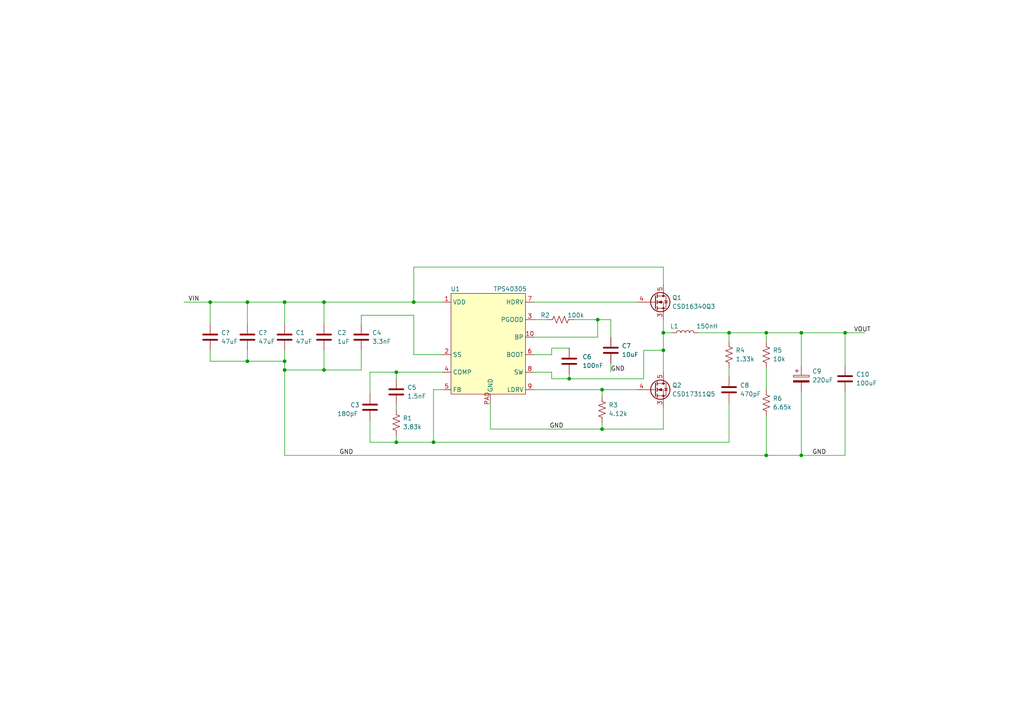
<source format=kicad_sch>
(kicad_sch (version 20211123) (generator eeschema)
  (paper "A4")
  (lib_symbols
    (symbol "Device:C" (pin_numbers hide) (pin_names (offset 0.254))
      (property "Reference" "C" (at 0.635 2.54 0))
      (property "Value" "C" (at 0.635 -2.54 0))
      (symbol "C_0_1"
        (polyline (pts (xy -2.032 -0.762) (xy 2.032 -0.762)) (stroke (width 0.508)))
        (polyline (pts (xy -2.032 0.762) (xy 2.032 0.762)) (stroke (width 0.508)))
      )
      (symbol "C_1_1"
        (pin passive line (at 0 3.81 270) (length 2.794) (name "~") (number "1"))
        (pin passive line (at 0 -3.81 90) (length 2.794) (name "~") (number "2"))
      )
    )
    (symbol "Device:C_Polarized" (pin_numbers hide) (pin_names (offset 0.254))
      (property "Reference" "C" (at 0.635 2.54 0))
      (property "Value" "C_Polarized" (at 0.635 -2.54 0))
      (symbol "C_Polarized_0_1"
        (rectangle (start -2.286 0.508) (end 2.286 1.016))
        (polyline (pts (xy -1.778 2.286) (xy -0.762 2.286)))
        (polyline (pts (xy -1.27 2.794) (xy -1.27 1.778)))
        (rectangle (start 2.286 -0.508) (end -2.286 -1.016) (fill (type outline)))
      )
      (symbol "C_Polarized_1_1"
        (pin passive line (at 0 3.81 270) (length 2.794) (name "~") (number "1"))
        (pin passive line (at 0 -3.81 90) (length 2.794) (name "~") (number "2"))
      )
    )
    (symbol "Device:L" (pin_numbers hide) (pin_names (offset 1.016) hide)
      (property "Reference" "L" (at -1.27 0 90))
      (property "Value" "L" (at 1.905 0 90))
      (symbol "L_0_1"
        (arc (start 0 -2.54) (mid 0.635 -1.905) (end 0 -1.27))
        (arc (start 0 -1.27) (mid 0.635 -0.635) (end 0 0))
        (arc (start 0 0) (mid 0.635 0.635) (end 0 1.27))
        (arc (start 0 1.27) (mid 0.635 1.905) (end 0 2.54))
      )
      (symbol "L_1_1"
        (pin passive line (at 0 3.81 270) (length 1.27) (name "1") (number "1"))
        (pin passive line (at 0 -3.81 90) (length 1.27) (name "2") (number "2"))
      )
    )
    (symbol "Device:R_US" (pin_numbers hide) (pin_names (offset 0))
      (property "Reference" "R" (at 2.54 0 90))
      (property "Value" "R_US" (at -2.54 0 90))
      (symbol "R_US_0_1"
        (polyline (pts (xy 0 -2.286) (xy 0 -2.54)))
        (polyline (pts (xy 0 2.286) (xy 0 2.54)))
        (polyline (pts (xy 0 -0.762) (xy 1.016 -1.143) (xy 0 -1.524) (xy -1.016 -1.905) (xy 0 -2.286)))
        (polyline (pts (xy 0 0.762) (xy 1.016 0.381) (xy 0 0) (xy -1.016 -0.381) (xy 0 -0.762)))
        (polyline (pts (xy 0 2.286) (xy 1.016 1.905) (xy 0 1.524) (xy -1.016 1.143) (xy 0 0.762)))
      )
      (symbol "R_US_1_1"
        (pin passive line (at 0 3.81 270) (length 1.27) (name "~") (number "1"))
        (pin passive line (at 0 -3.81 90) (length 1.27) (name "~") (number "2"))
      )
    )
    (symbol "Q_NMOS_CSD17311Q5_1" (pin_names (offset 0) hide)
      (property "Reference" "Q" (at 5.08 1.27 0))
      (property "Value" "Q_NMOS_CSD17311Q5_1" (at 5.08 -1.27 0))
      (symbol "Q_NMOS_CSD17311Q5_1_0_1"
        (polyline (pts (xy 0.254 0) (xy -2.54 0)))
        (polyline (pts (xy 0.254 1.905) (xy 0.254 -1.905)) (stroke (width 0.254)))
        (polyline (pts (xy 0.762 -1.27) (xy 0.762 -2.286)) (stroke (width 0.254)))
        (polyline (pts (xy 0.762 0.508) (xy 0.762 -0.508)) (stroke (width 0.254)))
        (polyline (pts (xy 0.762 2.286) (xy 0.762 1.27)) (stroke (width 0.254)))
        (polyline (pts (xy 2.54 2.54) (xy 2.54 1.778)))
        (polyline (pts (xy 2.54 -2.54) (xy 2.54 0) (xy 0.762 0)))
        (polyline (pts (xy 0.762 -1.778) (xy 3.302 -1.778) (xy 3.302 1.778) (xy 0.762 1.778)))
        (polyline (pts (xy 1.016 0) (xy 2.032 0.381) (xy 2.032 -0.381) (xy 1.016 0)) (fill (type outline)))
        (polyline (pts (xy 2.794 0.508) (xy 2.921 0.381) (xy 3.683 0.381) (xy 3.81 0.254)))
        (polyline (pts (xy 3.302 0.381) (xy 2.921 -0.254) (xy 3.683 -0.254) (xy 3.302 0.381)))
        (circle (center 1.651 0) (radius 2.794) (stroke (width 0.254)))
        (circle (center 2.54 -1.778) (radius 0.254) (fill (type outline)))
        (circle (center 2.54 1.778) (radius 0.254) (fill (type outline)))
      )
      (symbol "Q_NMOS_CSD17311Q5_1_1_1"
        (pin passive line (at 2.54 -5.08 90) (length 2.54) hide (name "") (number "1"))
        (pin passive line (at 2.54 -5.08 90) (length 2.54) hide (name "") (number "2"))
        (pin passive line (at 2.54 -5.08 90) (length 2.54) (name "S") (number "3"))
        (pin input line (at -5.08 0 0) (length 2.54) (name "G") (number "4"))
        (pin passive line (at 2.54 5.08 270) (length 2.54) (name "D") (number "5"))
      )
    )
    (symbol "TPS40305:Q_NMOS_CSD17311Q5" (pin_names (offset 0) hide)
      (property "Reference" "Q" (at 5.08 1.27 0))
      (property "Value" "Q_NMOS_CSD17311Q5" (at 5.08 -1.27 0))
      (symbol "Q_NMOS_CSD17311Q5_0_1"
        (polyline (pts (xy 0.254 0) (xy -2.54 0)))
        (polyline (pts (xy 0.254 1.905) (xy 0.254 -1.905)) (stroke (width 0.254)))
        (polyline (pts (xy 0.762 -1.27) (xy 0.762 -2.286)) (stroke (width 0.254)))
        (polyline (pts (xy 0.762 0.508) (xy 0.762 -0.508)) (stroke (width 0.254)))
        (polyline (pts (xy 0.762 2.286) (xy 0.762 1.27)) (stroke (width 0.254)))
        (polyline (pts (xy 2.54 2.54) (xy 2.54 1.778)))
        (polyline (pts (xy 2.54 -2.54) (xy 2.54 0) (xy 0.762 0)))
        (polyline (pts (xy 0.762 -1.778) (xy 3.302 -1.778) (xy 3.302 1.778) (xy 0.762 1.778)))
        (polyline (pts (xy 1.016 0) (xy 2.032 0.381) (xy 2.032 -0.381) (xy 1.016 0)) (fill (type outline)))
        (polyline (pts (xy 2.794 0.508) (xy 2.921 0.381) (xy 3.683 0.381) (xy 3.81 0.254)))
        (polyline (pts (xy 3.302 0.381) (xy 2.921 -0.254) (xy 3.683 -0.254) (xy 3.302 0.381)))
        (circle (center 1.651 0) (radius 2.794) (stroke (width 0.254)))
        (circle (center 2.54 -1.778) (radius 0.254) (fill (type outline)))
        (circle (center 2.54 1.778) (radius 0.254) (fill (type outline)))
      )
      (symbol "Q_NMOS_CSD17311Q5_1_1"
        (pin passive line (at 2.54 -5.08 90) (length 2.54) hide (name "") (number "1"))
        (pin passive line (at 2.54 -5.08 90) (length 2.54) hide (name "") (number "2"))
        (pin passive line (at 2.54 -5.08 90) (length 2.54) (name "S") (number "3"))
        (pin input line (at -5.08 0 0) (length 2.54) (name "G") (number "4"))
        (pin passive line (at 2.54 5.08 270) (length 2.54) (name "D") (number "5"))
        (pin passive line (at 2.54 5.08 270) (length 2.54) hide (name "") (number "6"))
        (pin passive line (at 2.54 5.08 270) (length 2.54) hide (name "") (number "7"))
        (pin passive line (at 2.54 5.08 270) (length 2.54) hide (name "") (number "8"))
      )
    )
    (symbol "TPS40305:TPS40305"
      (property "Reference" "U" (at 10.16 16.51 0))
      (property "Value" "TPS40305" (at -7.62 16.51 0))
      (symbol "TPS40305_0_1"
        (rectangle (start -11.43 15.24) (end 10.16 -13.97) (stroke (width 0.1524)) (fill (type background)))
      )
      (symbol "TPS40305_1_1"
        (pin input line (at -13.97 12.7 0) (length 2.54) (name "VDD") (number "1"))
        (pin input line (at 12.7 2.54 180) (length 2.54) (name "BP") (number "10"))
        (pin input line (at -13.97 -2.54 0) (length 2.54) (name "SS") (number "2"))
        (pin input line (at 12.7 7.62 180) (length 2.54) (name "PGOOD") (number "3"))
        (pin input line (at -13.97 -7.62 0) (length 2.54) (name "COMP") (number "4"))
        (pin input line (at -13.97 -12.7 0) (length 2.54) (name "FB") (number "5"))
        (pin input line (at 12.7 -2.54 180) (length 2.54) (name "BOOT") (number "6"))
        (pin input line (at 12.7 12.7 180) (length 2.54) (name "HDRV") (number "7"))
        (pin input line (at 12.7 -7.62 180) (length 2.54) (name "SW") (number "8"))
        (pin input line (at 12.7 -12.7 180) (length 2.54) (name "LDRV") (number "9"))
        (pin input line (at 0 -16.51 90) (length 2.54) (name "GND") (number "PAD"))
      )
    )
  )
  (junction (at 93.98 87.63))
  (junction (at 192.405 101.6))
  (junction (at 173.355 92.71))
  (junction (at 71.755 87.63))
  (junction (at 120.015 87.63))
  (junction (at 222.25 96.52))
  (junction (at 82.55 87.63))
  (junction (at 192.405 96.52))
  (junction (at 174.625 124.46))
  (junction (at 93.98 107.315))
  (junction (at 82.55 107.315))
  (junction (at 232.41 96.52))
  (junction (at 211.455 96.52))
  (junction (at 114.935 128.27))
  (junction (at 245.11 96.52))
  (junction (at 174.625 113.03))
  (junction (at 114.935 107.95))
  (junction (at 71.755 104.775))
  (junction (at 222.25 132.08))
  (junction (at 60.96 87.63))
  (junction (at 82.55 104.775))
  (junction (at 232.41 132.08))
  (junction (at 125.73 128.27))
  (junction (at 165.1 109.855))
  (wire (pts (xy 114.935 107.95) (xy 107.315 107.95)))
  (wire (pts (xy 60.96 93.98) (xy 60.96 87.63)))
  (wire (pts (xy 93.98 101.6) (xy 93.98 107.315)))
  (wire (pts (xy 120.015 91.44) (xy 104.775 91.44)))
  (wire (pts (xy 160.02 100.965) (xy 165.1 100.965)))
  (wire (pts (xy 232.41 96.52) (xy 222.25 96.52)))
  (wire (pts (xy 222.25 106.68) (xy 222.25 113.03)))
  (wire (pts (xy 174.625 113.03) (xy 184.785 113.03)))
  (wire (pts (xy 192.405 82.55) (xy 192.405 77.47)))
  (wire (pts (xy 82.55 132.08) (xy 222.25 132.08)))
  (wire (pts (xy 60.96 101.6) (xy 60.96 104.775)))
  (wire (pts (xy 71.755 87.63) (xy 71.755 93.98)))
  (wire (pts (xy 154.94 107.95) (xy 160.02 107.95)))
  (wire (pts (xy 154.94 92.71) (xy 158.75 92.71)))
  (wire (pts (xy 71.755 101.6) (xy 71.755 104.775)))
  (wire (pts (xy 245.11 96.52) (xy 250.825 96.52)))
  (wire (pts (xy 192.405 101.6) (xy 192.405 107.95)))
  (wire (pts (xy 120.015 77.47) (xy 120.015 87.63)))
  (wire (pts (xy 107.315 107.95) (xy 107.315 114.3)))
  (wire (pts (xy 82.55 87.63) (xy 93.98 87.63)))
  (wire (pts (xy 82.55 104.775) (xy 82.55 107.315)))
  (wire (pts (xy 107.315 128.27) (xy 107.315 121.92)))
  (wire (pts (xy 60.96 104.775) (xy 71.755 104.775)))
  (wire (pts (xy 222.25 132.08) (xy 232.41 132.08)))
  (wire (pts (xy 177.165 105.41) (xy 177.165 107.95)))
  (wire (pts (xy 192.405 96.52) (xy 194.945 96.52)))
  (wire (pts (xy 142.24 124.46) (xy 174.625 124.46)))
  (wire (pts (xy 165.1 109.855) (xy 186.69 109.855)))
  (wire (pts (xy 125.73 128.27) (xy 114.935 128.27)))
  (wire (pts (xy 104.775 101.6) (xy 104.775 107.315)))
  (wire (pts (xy 186.69 101.6) (xy 192.405 101.6)))
  (wire (pts (xy 82.55 107.315) (xy 93.98 107.315)))
  (wire (pts (xy 71.755 87.63) (xy 82.55 87.63)))
  (wire (pts (xy 222.25 96.52) (xy 222.25 99.06)))
  (wire (pts (xy 192.405 96.52) (xy 192.405 101.6)))
  (wire (pts (xy 232.41 96.52) (xy 232.41 106.045)))
  (wire (pts (xy 160.02 107.95) (xy 160.02 109.855)))
  (wire (pts (xy 211.455 106.68) (xy 211.455 109.22)))
  (wire (pts (xy 245.11 106.045) (xy 245.11 96.52)))
  (wire (pts (xy 192.405 124.46) (xy 174.625 124.46)))
  (wire (pts (xy 125.73 113.03) (xy 125.73 128.27)))
  (wire (pts (xy 211.455 96.52) (xy 211.455 99.06)))
  (wire (pts (xy 93.98 107.315) (xy 104.775 107.315)))
  (wire (pts (xy 120.015 87.63) (xy 128.27 87.63)))
  (wire (pts (xy 160.02 102.87) (xy 160.02 100.965)))
  (wire (pts (xy 93.98 87.63) (xy 93.98 93.98)))
  (wire (pts (xy 154.94 102.87) (xy 160.02 102.87)))
  (wire (pts (xy 154.94 87.63) (xy 184.785 87.63)))
  (wire (pts (xy 71.755 104.775) (xy 82.55 104.775)))
  (wire (pts (xy 154.94 97.79) (xy 173.355 97.79)))
  (wire (pts (xy 186.69 109.855) (xy 186.69 101.6)))
  (wire (pts (xy 60.96 87.63) (xy 71.755 87.63)))
  (wire (pts (xy 120.015 102.87) (xy 120.015 91.44)))
  (wire (pts (xy 245.11 96.52) (xy 232.41 96.52)))
  (wire (pts (xy 82.55 87.63) (xy 82.55 93.98)))
  (wire (pts (xy 154.94 113.03) (xy 174.625 113.03)))
  (wire (pts (xy 202.565 96.52) (xy 211.455 96.52)))
  (wire (pts (xy 53.34 87.63) (xy 60.96 87.63)))
  (wire (pts (xy 160.02 109.855) (xy 165.1 109.855)))
  (wire (pts (xy 211.455 96.52) (xy 222.25 96.52)))
  (wire (pts (xy 192.405 92.71) (xy 192.405 96.52)))
  (wire (pts (xy 114.935 107.95) (xy 114.935 109.855)))
  (wire (pts (xy 192.405 118.11) (xy 192.405 124.46)))
  (wire (pts (xy 245.11 113.665) (xy 245.11 132.08)))
  (wire (pts (xy 174.625 124.46) (xy 174.625 122.555)))
  (wire (pts (xy 211.455 128.27) (xy 125.73 128.27)))
  (wire (pts (xy 114.935 128.27) (xy 107.315 128.27)))
  (wire (pts (xy 104.775 91.44) (xy 104.775 93.98)))
  (wire (pts (xy 93.98 87.63) (xy 120.015 87.63)))
  (wire (pts (xy 82.55 107.315) (xy 82.55 132.08)))
  (wire (pts (xy 211.455 116.84) (xy 211.455 128.27)))
  (wire (pts (xy 166.37 92.71) (xy 173.355 92.71)))
  (wire (pts (xy 192.405 77.47) (xy 120.015 77.47)))
  (wire (pts (xy 82.55 101.6) (xy 82.55 104.775)))
  (wire (pts (xy 173.355 97.79) (xy 173.355 92.71)))
  (wire (pts (xy 173.355 92.71) (xy 177.165 92.71)))
  (wire (pts (xy 114.935 117.475) (xy 114.935 118.745)))
  (wire (pts (xy 174.625 113.03) (xy 174.625 114.935)))
  (wire (pts (xy 128.27 102.87) (xy 120.015 102.87)))
  (wire (pts (xy 114.935 126.365) (xy 114.935 128.27)))
  (wire (pts (xy 142.24 116.84) (xy 142.24 124.46)))
  (wire (pts (xy 128.27 107.95) (xy 114.935 107.95)))
  (wire (pts (xy 232.41 132.08) (xy 245.11 132.08)))
  (wire (pts (xy 222.25 120.65) (xy 222.25 132.08)))
  (wire (pts (xy 232.41 113.665) (xy 232.41 132.08)))
  (wire (pts (xy 128.27 113.03) (xy 125.73 113.03)))
  (wire (pts (xy 165.1 108.585) (xy 165.1 109.855)))
  (wire (pts (xy 177.165 92.71) (xy 177.165 97.79)))
  (label "GND" (at 235.585 132.08 0))
  (label "GND" (at 98.425 132.08 0))
  (label "VOUT" (at 247.65 96.52 0))
  (label "GND" (at 177.165 107.95 0))
  (label "VIN" (at 54.61 87.63 0))
  (label "GND" (at 159.385 124.46 0))
  (symbol (lib_id "Device:C_Polarized") (at 232.41 109.855 0) (unit 1)
    (property "Reference" "C9" (at 235.585 107.6959 0) (effects (justify left)))
    (property "Value" "220uF" (at 235.585 110.2359 0) (effects (justify left)))
    (property "Datasheet" "https://media.digikey.com/pdf/Data%20Sheets/Panasonic%20Capacitors%20PDFs/TPE_Series_POSCAP_Rev02_Oct_2017.pdf" (effects hide))
    (property "PARTNO" "2R5TPE220MAFB" (effects hide))
    (property "DK" "P16200CT-ND" (effects hide))
  )
  (symbol (lib_id "Device:C") (at 165.1 104.775 0) (unit 1)
    (property "Reference" "C6" (at 168.91 103.5049 0) (effects (justify left)))
    (property "Value" "100nF" (at 168.91 106.0449 0) (effects (justify left)))
    (property "Footprint" "Capacitor_SMD:C_0402_1005Metric" (effects hide))
  )
  (symbol (lib_name "Q_NMOS_CSD17311Q5_1") (lib_id "TPS40305:Q_NMOS_CSD17311Q5") (at 189.865 113.03 0) (unit 1)
    (property "Reference" "Q2" (at 194.945 111.76 0) (effects (justify left)))
    (property "Value" "CSD17311Q5" (at 194.945 114.3 0) (effects (justify left)))
    (property "Footprint" "TPS40305_supply:CSD17311Q5" (effects hide))
    (property "DK" "296-27625-1-ND" (effects hide))
    (property "PARTNO" "CSD17311Q5" (effects hide))
  )
  (symbol (lib_id "Device:R_US") (at 174.625 118.745 0) (unit 1)
    (property "Reference" "R3" (at 176.53 117.4749 0) (effects (justify left)))
    (property "Value" "4.12k" (at 176.53 120.0149 0) (effects (justify left)))
    (property "Footprint" "Resistor_SMD:R_0402_1005Metric" (effects hide))
  )
  (symbol (lib_id "Device:C") (at 114.935 113.665 0) (unit 1)
    (property "Reference" "C5" (at 118.11 112.3949 0) (effects (justify left)))
    (property "Value" "1.5nF" (at 118.11 114.9349 0) (effects (justify left)))
    (property "Footprint" "Capacitor_SMD:C_0805_2012Metric" (effects hide))
  )
  (symbol (lib_id "Device:R_US") (at 222.25 102.87 0) (unit 1)
    (property "Reference" "R5" (at 224.155 101.5999 0) (effects (justify left)))
    (property "Value" "10k" (at 224.155 104.1399 0) (effects (justify left)))
    (property "Footprint" "Resistor_SMD:R_0402_1005Metric" (effects hide))
  )
  (symbol (lib_id "Device:C") (at 93.98 97.79 0) (unit 1)
    (property "Reference" "C2" (at 97.79 96.5199 0) (effects (justify left)))
    (property "Value" "1uF" (at 97.79 99.0599 0) (effects (justify left)))
    (property "Footprint" "Capacitor_SMD:C_0805_2012Metric" (effects hide))
  )
  (symbol (lib_id "Device:R_US") (at 114.935 122.555 0) (unit 1)
    (property "Reference" "R1" (at 116.84 121.2849 0) (effects (justify left)))
    (property "Value" "3.83k" (at 116.84 123.8249 0) (effects (justify left)))
    (property "Footprint" "Resistor_SMD:R_0402_1005Metric" (effects hide))
  )
  (symbol (lib_id "Device:C") (at 60.96 97.79 0) (unit 1)
    (property "Reference" "C?" (at 64.135 96.5199 0) (effects (justify left)))
    (property "Value" "47uF" (at 64.135 99.0599 0) (effects (justify left)))
    (property "Footprint" "Capacitor_SMD:C_1210_3225Metric" (effects hide))
    (property "DK" "490-6539-1-ND" (effects hide))
    (property "PARTNO" "GRM32ER61C476KE15L" (effects hide))
  )
  (symbol (lib_id "Device:R_US") (at 211.455 102.87 0) (unit 1)
    (property "Reference" "R4" (at 213.36 101.5999 0) (effects (justify left)))
    (property "Value" "1.33k" (at 213.36 104.1399 0) (effects (justify left)))
    (property "Footprint" "Resistor_SMD:R_0402_1005Metric" (effects hide))
  )
  (symbol (lib_id "Device:C") (at 245.11 109.855 0) (unit 1)
    (property "Reference" "C10" (at 248.285 108.5849 0) (effects (justify left)))
    (property "Value" "100uF" (at 248.285 111.1249 0) (effects (justify left)))
    (property "Footprint" "Capacitor_SMD:C_1206_3216Metric" (effects hide))
    (property "PARTNO" "C3216X5R0J107M160AB" (effects hide))
    (property "DK" "445-6008-1-ND" (effects hide))
  )
  (symbol (lib_id "Device:R_US") (at 162.56 92.71 90) (unit 1)
    (property "Reference" "R2" (at 158.115 91.44 90))
    (property "Value" "100k" (at 167.005 91.44 90))
    (property "Footprint" "Resistor_SMD:R_0402_1005Metric" (effects hide))
  )
  (symbol (lib_id "Device:C") (at 104.775 97.79 0) (unit 1)
    (property "Reference" "C4" (at 107.95 96.5199 0) (effects (justify left)))
    (property "Value" "3.3nF" (at 107.95 99.0599 0) (effects (justify left)))
    (property "Footprint" "Capacitor_SMD:C_0402_1005Metric" (effects hide))
  )
  (symbol (lib_id "Device:L") (at 198.755 96.52 90) (unit 1)
    (property "Reference" "L1" (at 195.58 94.615 90))
    (property "Value" "150nH" (at 205.105 94.615 90))
    (property "Datasheet" "https://www.eaton.com/content/dam/eaton/products/electronic-components/resources/data-sheet/eaton-fp1005r-high-current-power-inductors-data-sheet.pdf" (effects hide))
    (property "PARTNO" "FP1005R1-R15-R" (effects hide))
    (property "DK" "513-1568-1-ND" (effects hide))
  )
  (symbol (lib_id "Device:C") (at 211.455 113.03 0) (unit 1)
    (property "Reference" "C8" (at 214.63 111.7599 0) (effects (justify left)))
    (property "Value" "470pF" (at 214.63 114.2999 0) (effects (justify left)))
    (property "Footprint" "Capacitor_SMD:C_0805_2012Metric" (effects hide))
  )
  (symbol (lib_id "Device:C") (at 107.315 118.11 0) (unit 1)
    (property "Reference" "C3" (at 101.6 117.475 0) (effects (justify left)))
    (property "Value" "180pF" (at 97.79 120.015 0) (effects (justify left)))
    (property "Footprint" "Capacitor_SMD:C_0805_2012Metric" (effects hide))
  )
  (symbol (lib_id "TPS40305:Q_NMOS_CSD17311Q5") (at 189.865 87.63 0) (unit 1)
    (property "Reference" "Q1" (at 194.945 86.36 0) (effects (justify left)))
    (property "Value" "CSD16340Q3" (at 194.945 88.9 0) (effects (justify left)))
    (property "Datasheet" "https://www.ti.com/lit/ds/symlink/csd16340q3.pdf" (effects hide))
    (property "PARTNO" "CSD16340Q3" (effects hide))
    (property "DK" "296-25646-1-ND" (effects hide))
  )
  (symbol (lib_id "Device:C") (at 177.165 101.6 0) (unit 1)
    (property "Reference" "C7" (at 180.34 100.3299 0) (effects (justify left)))
    (property "Value" "10uF" (at 180.34 102.8699 0) (effects (justify left)))
    (property "Footprint" "Capacitor_SMD:C_0805_2012Metric" (effects hide))
  )
  (symbol (lib_id "Device:C") (at 82.55 97.79 0) (unit 1)
    (property "Reference" "C1" (at 85.725 96.5199 0) (effects (justify left)))
    (property "Value" "47uF" (at 85.725 99.0599 0) (effects (justify left)))
    (property "Footprint" "Capacitor_SMD:C_1210_3225Metric" (effects hide))
    (property "DK" "490-6539-1-ND" (effects hide))
    (property "PARTNO" "GRM32ER61C476KE15L" (effects hide))
  )
  (symbol (lib_id "TPS40305:TPS40305") (at 142.24 100.33 0) (unit 1)
    (property "Reference" "U1" (at 132.08 83.82 0))
    (property "Value" "TPS40305" (at 147.955 83.82 0))
  )
  (symbol (lib_id "Device:C") (at 71.755 97.79 0) (unit 1)
    (property "Reference" "C?" (at 74.93 96.5199 0) (effects (justify left)))
    (property "Value" "47uF" (at 74.93 99.0599 0) (effects (justify left)))
    (property "Footprint" "Capacitor_SMD:C_1210_3225Metric" (effects hide))
    (property "DK" "490-6539-1-ND" (effects hide))
    (property "PARTNO" "GRM32ER61C476KE15L" (effects hide))
  )
  (symbol (lib_id "Device:R_US") (at 222.25 116.84 0) (unit 1)
    (property "Reference" "R6" (at 224.155 115.5699 0) (effects (justify left)))
    (property "Value" "6.65k" (at 224.155 118.1099 0) (effects (justify left)))
    (property "Footprint" "Resistor_SMD:R_0402_1005Metric" (effects hide))
  )
)
</source>
